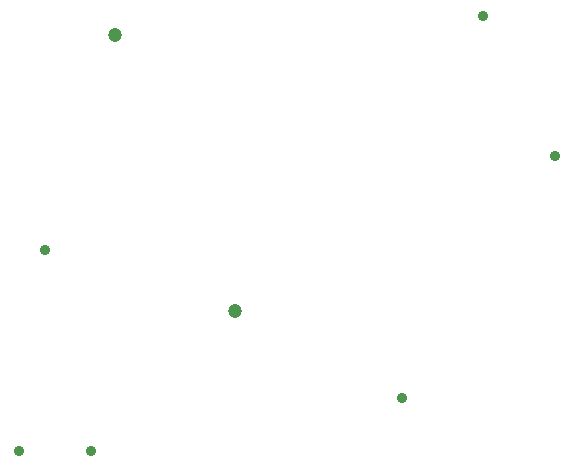
<source format=gbr>
G04 ===== Begin FILE IDENTIFICATION =====*
G04 File Format:  Gerber RS274X*
G04 ===== End FILE IDENTIFICATION =====*
%FSLAX24Y24*%
%MOMM*%
%SFA1.0000B1.0000*%
%OFA0.0B0.0*%
%ADD14C,1.200000*%
%ADD15C,0.900000*%
%LNhole*%
%IPPOS*%
%LPD*%
G75*
D14*
X6100Y292478D03*
D15*
X248766Y-15020D03*
X-75216Y-59213D03*
X-53097Y110532D03*
X378798Y190444D03*
X-14258Y-59185D03*
X317633Y308864D03*
D14*
X107387Y58537D03*
M02*


</source>
